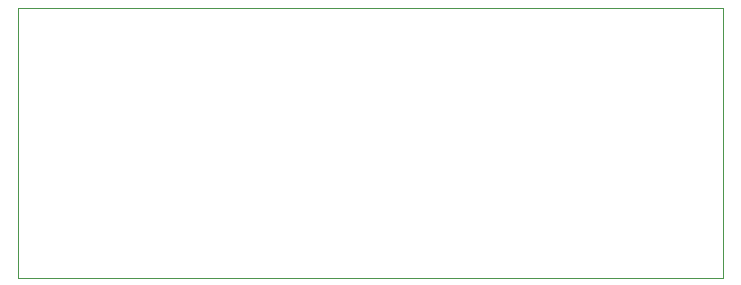
<source format=gbr>
%TF.GenerationSoftware,KiCad,Pcbnew,7.0.6-0*%
%TF.CreationDate,2023-10-22T23:09:20-07:00*%
%TF.ProjectId,esp32_daughtercard,65737033-325f-4646-9175-676874657263,1.0*%
%TF.SameCoordinates,Original*%
%TF.FileFunction,Profile,NP*%
%FSLAX46Y46*%
G04 Gerber Fmt 4.6, Leading zero omitted, Abs format (unit mm)*
G04 Created by KiCad (PCBNEW 7.0.6-0) date 2023-10-22 23:09:20*
%MOMM*%
%LPD*%
G01*
G04 APERTURE LIST*
%TA.AperFunction,Profile*%
%ADD10C,0.100000*%
%TD*%
G04 APERTURE END LIST*
D10*
X180594000Y-85344000D02*
X180594000Y-108204000D01*
X180594000Y-108204000D02*
X120904000Y-108204000D01*
X120904000Y-108204000D02*
X120904000Y-85344000D01*
X120904000Y-85344000D02*
X180594000Y-85344000D01*
M02*

</source>
